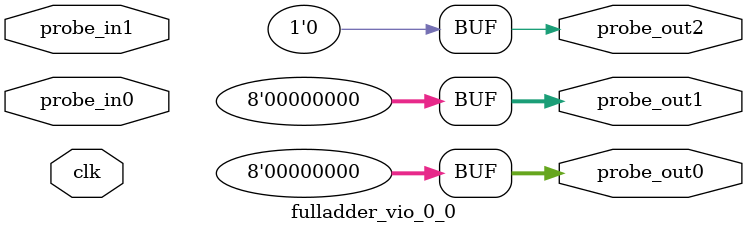
<source format=v>
`timescale 1ns / 1ps
module fulladder_vio_0_0 (
clk,
probe_in0,probe_in1,
probe_out0,
probe_out1,
probe_out2
);

input clk;
input [7 : 0] probe_in0;
input [0 : 0] probe_in1;

output reg [7 : 0] probe_out0 = 'h00 ;
output reg [7 : 0] probe_out1 = 'h00 ;
output reg [0 : 0] probe_out2 = 'h0 ;


endmodule

</source>
